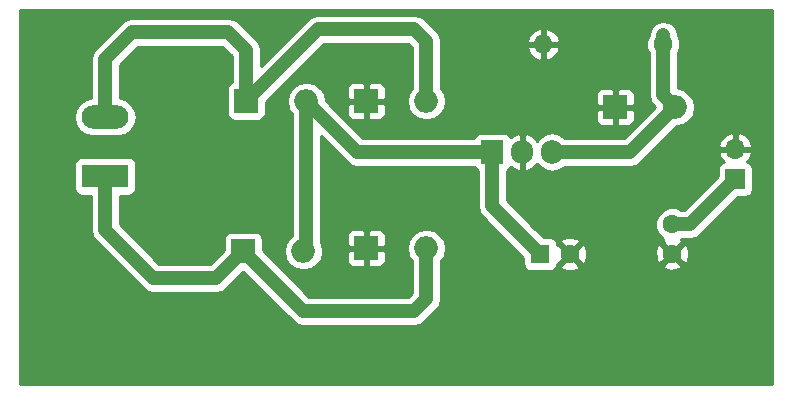
<source format=gbr>
G04 #@! TF.FileFunction,Copper,L2,Bot,Signal*
%FSLAX46Y46*%
G04 Gerber Fmt 4.6, Leading zero omitted, Abs format (unit mm)*
G04 Created by KiCad (PCBNEW 4.0.7) date 04/27/20 15:33:09*
%MOMM*%
%LPD*%
G01*
G04 APERTURE LIST*
%ADD10C,0.100000*%
%ADD11R,1.600000X1.600000*%
%ADD12C,1.600000*%
%ADD13R,2.000000X2.000000*%
%ADD14O,2.000000X2.000000*%
%ADD15R,3.960000X1.980000*%
%ADD16O,3.960000X1.980000*%
%ADD17R,1.700000X1.700000*%
%ADD18O,1.700000X1.700000*%
%ADD19O,1.600000X1.600000*%
%ADD20R,1.905000X2.000000*%
%ADD21O,1.905000X2.000000*%
%ADD22C,1.200000*%
%ADD23C,0.254000*%
G04 APERTURE END LIST*
D10*
D11*
X147066000Y-102870000D03*
D12*
X149566000Y-102870000D03*
X158242000Y-100330000D03*
X158242000Y-102830000D03*
D13*
X122174000Y-89916000D03*
D14*
X127254000Y-89916000D03*
D13*
X132334000Y-89916000D03*
D14*
X137414000Y-89916000D03*
D13*
X121920000Y-102616000D03*
D14*
X127000000Y-102616000D03*
D13*
X132334000Y-102362000D03*
D14*
X137414000Y-102362000D03*
D13*
X153416000Y-90424000D03*
D14*
X158496000Y-90424000D03*
D15*
X110236000Y-96266000D03*
D16*
X110236000Y-91266000D03*
D17*
X163576000Y-96520000D03*
D18*
X163576000Y-93980000D03*
D12*
X157480000Y-85090000D03*
D19*
X147320000Y-85090000D03*
D20*
X143002000Y-94234000D03*
D21*
X145542000Y-94234000D03*
X148082000Y-94234000D03*
D22*
X143002000Y-94234000D02*
X131572000Y-94234000D01*
X131572000Y-94234000D02*
X127254000Y-89916000D01*
X127254000Y-89916000D02*
X127254000Y-102362000D01*
X127254000Y-102362000D02*
X127000000Y-102616000D01*
X143002000Y-94234000D02*
X143002000Y-98806000D01*
X143002000Y-98806000D02*
X147066000Y-102870000D01*
X148082000Y-94234000D02*
X154686000Y-94234000D01*
X154686000Y-94234000D02*
X158496000Y-90424000D01*
X157480000Y-84328000D02*
X157480000Y-89408000D01*
X157480000Y-89408000D02*
X158496000Y-90424000D01*
X158242000Y-100330000D02*
X159766000Y-100330000D01*
X159766000Y-100330000D02*
X163576000Y-96520000D01*
X137414000Y-89916000D02*
X137414000Y-84836000D01*
X128270000Y-83820000D02*
X122174000Y-89916000D01*
X136398000Y-83820000D02*
X128270000Y-83820000D01*
X137414000Y-84836000D02*
X136398000Y-83820000D01*
X110236000Y-91266000D02*
X110236000Y-86360000D01*
X122174000Y-85598000D02*
X122174000Y-89916000D01*
X120650000Y-84074000D02*
X122174000Y-85598000D01*
X112522000Y-84074000D02*
X120650000Y-84074000D01*
X110236000Y-86360000D02*
X112522000Y-84074000D01*
X137414000Y-102362000D02*
X137414000Y-106680000D01*
X127000000Y-107696000D02*
X121920000Y-102616000D01*
X136398000Y-107696000D02*
X127000000Y-107696000D01*
X137414000Y-106680000D02*
X136398000Y-107696000D01*
X110236000Y-96266000D02*
X110236000Y-100584000D01*
X119634000Y-104902000D02*
X121920000Y-102616000D01*
X114300000Y-104902000D02*
X119634000Y-104902000D01*
X110236000Y-100838000D02*
X114300000Y-104902000D01*
X110236000Y-100584000D02*
X110236000Y-100838000D01*
D23*
G36*
X166701000Y-113869000D02*
X103047000Y-113869000D01*
X103047000Y-95276000D01*
X107608560Y-95276000D01*
X107608560Y-97256000D01*
X107652838Y-97491317D01*
X107791910Y-97707441D01*
X108004110Y-97852431D01*
X108256000Y-97903440D01*
X109001000Y-97903440D01*
X109001000Y-100838000D01*
X109095009Y-101310614D01*
X109362723Y-101711277D01*
X113426723Y-105775277D01*
X113827386Y-106042991D01*
X114300000Y-106137000D01*
X119634000Y-106137000D01*
X120106614Y-106042991D01*
X120507277Y-105775277D01*
X121920000Y-104362554D01*
X126126723Y-108569277D01*
X126527386Y-108836991D01*
X127000000Y-108931000D01*
X136398000Y-108931000D01*
X136870614Y-108836991D01*
X137271277Y-108569277D01*
X138287277Y-107553277D01*
X138554991Y-107152614D01*
X138649000Y-106680000D01*
X138649000Y-103448007D01*
X138956575Y-102987687D01*
X139081032Y-102362000D01*
X138956575Y-101736313D01*
X138602152Y-101205880D01*
X138071719Y-100851457D01*
X137446032Y-100727000D01*
X137381968Y-100727000D01*
X136756281Y-100851457D01*
X136225848Y-101205880D01*
X135871425Y-101736313D01*
X135746968Y-102362000D01*
X135871425Y-102987687D01*
X136179000Y-103448007D01*
X136179000Y-106168446D01*
X135886446Y-106461000D01*
X127511554Y-106461000D01*
X123666554Y-102616000D01*
X125332968Y-102616000D01*
X125457425Y-103241687D01*
X125811848Y-103772120D01*
X126342281Y-104126543D01*
X126967968Y-104251000D01*
X127032032Y-104251000D01*
X127657719Y-104126543D01*
X128188152Y-103772120D01*
X128542575Y-103241687D01*
X128660716Y-102647750D01*
X130699000Y-102647750D01*
X130699000Y-103488310D01*
X130795673Y-103721699D01*
X130974302Y-103900327D01*
X131207691Y-103997000D01*
X132048250Y-103997000D01*
X132207000Y-103838250D01*
X132207000Y-102489000D01*
X132461000Y-102489000D01*
X132461000Y-103838250D01*
X132619750Y-103997000D01*
X133460309Y-103997000D01*
X133693698Y-103900327D01*
X133872327Y-103721699D01*
X133969000Y-103488310D01*
X133969000Y-102647750D01*
X133810250Y-102489000D01*
X132461000Y-102489000D01*
X132207000Y-102489000D01*
X130857750Y-102489000D01*
X130699000Y-102647750D01*
X128660716Y-102647750D01*
X128667032Y-102616000D01*
X128542575Y-101990313D01*
X128489000Y-101910132D01*
X128489000Y-101235690D01*
X130699000Y-101235690D01*
X130699000Y-102076250D01*
X130857750Y-102235000D01*
X132207000Y-102235000D01*
X132207000Y-100885750D01*
X132461000Y-100885750D01*
X132461000Y-102235000D01*
X133810250Y-102235000D01*
X133969000Y-102076250D01*
X133969000Y-101235690D01*
X133872327Y-101002301D01*
X133693698Y-100823673D01*
X133460309Y-100727000D01*
X132619750Y-100727000D01*
X132461000Y-100885750D01*
X132207000Y-100885750D01*
X132048250Y-100727000D01*
X131207691Y-100727000D01*
X130974302Y-100823673D01*
X130795673Y-101002301D01*
X130699000Y-101235690D01*
X128489000Y-101235690D01*
X128489000Y-92897554D01*
X130698723Y-95107277D01*
X131099386Y-95374991D01*
X131572000Y-95469000D01*
X141446278Y-95469000D01*
X141446338Y-95469317D01*
X141585410Y-95685441D01*
X141767000Y-95809516D01*
X141767000Y-98806000D01*
X141861009Y-99278614D01*
X142128723Y-99679277D01*
X145618560Y-103169114D01*
X145618560Y-103670000D01*
X145662838Y-103905317D01*
X145801910Y-104121441D01*
X146014110Y-104266431D01*
X146266000Y-104317440D01*
X147866000Y-104317440D01*
X148101317Y-104273162D01*
X148317441Y-104134090D01*
X148462431Y-103921890D01*
X148471370Y-103877745D01*
X148737861Y-103877745D01*
X148811995Y-104123864D01*
X149349223Y-104316965D01*
X149919454Y-104289778D01*
X150320005Y-104123864D01*
X150394139Y-103877745D01*
X150354140Y-103837745D01*
X157413861Y-103837745D01*
X157487995Y-104083864D01*
X158025223Y-104276965D01*
X158595454Y-104249778D01*
X158996005Y-104083864D01*
X159070139Y-103837745D01*
X158242000Y-103009605D01*
X157413861Y-103837745D01*
X150354140Y-103837745D01*
X149566000Y-103049605D01*
X148737861Y-103877745D01*
X148471370Y-103877745D01*
X148510646Y-103683799D01*
X148558255Y-103698139D01*
X149386395Y-102870000D01*
X149745605Y-102870000D01*
X150573745Y-103698139D01*
X150819864Y-103624005D01*
X151012965Y-103086777D01*
X150990388Y-102613223D01*
X156795035Y-102613223D01*
X156822222Y-103183454D01*
X156988136Y-103584005D01*
X157234255Y-103658139D01*
X158062395Y-102830000D01*
X158421605Y-102830000D01*
X159249745Y-103658139D01*
X159495864Y-103584005D01*
X159688965Y-103046777D01*
X159661778Y-102476546D01*
X159495864Y-102075995D01*
X159249745Y-102001861D01*
X158421605Y-102830000D01*
X158062395Y-102830000D01*
X157234255Y-102001861D01*
X156988136Y-102075995D01*
X156795035Y-102613223D01*
X150990388Y-102613223D01*
X150985778Y-102516546D01*
X150819864Y-102115995D01*
X150573745Y-102041861D01*
X149745605Y-102870000D01*
X149386395Y-102870000D01*
X148558255Y-102041861D01*
X148510833Y-102056145D01*
X148474351Y-101862255D01*
X148737861Y-101862255D01*
X149566000Y-102690395D01*
X150394139Y-101862255D01*
X150320005Y-101616136D01*
X149782777Y-101423035D01*
X149212546Y-101450222D01*
X148811995Y-101616136D01*
X148737861Y-101862255D01*
X148474351Y-101862255D01*
X148469162Y-101834683D01*
X148330090Y-101618559D01*
X148117890Y-101473569D01*
X147866000Y-101422560D01*
X147365114Y-101422560D01*
X146556741Y-100614187D01*
X156806752Y-100614187D01*
X157024757Y-101141800D01*
X157428077Y-101545824D01*
X157494544Y-101573423D01*
X157487995Y-101576136D01*
X157413861Y-101822255D01*
X158242000Y-102650395D01*
X159070139Y-101822255D01*
X158996005Y-101576136D01*
X158989517Y-101573804D01*
X159010825Y-101565000D01*
X159766000Y-101565000D01*
X160238614Y-101470991D01*
X160639277Y-101203277D01*
X163825114Y-98017440D01*
X164426000Y-98017440D01*
X164661317Y-97973162D01*
X164877441Y-97834090D01*
X165022431Y-97621890D01*
X165073440Y-97370000D01*
X165073440Y-95670000D01*
X165029162Y-95434683D01*
X164890090Y-95218559D01*
X164677890Y-95073569D01*
X164569893Y-95051699D01*
X164847645Y-94746924D01*
X165017476Y-94336890D01*
X164896155Y-94107000D01*
X163703000Y-94107000D01*
X163703000Y-94127000D01*
X163449000Y-94127000D01*
X163449000Y-94107000D01*
X162255845Y-94107000D01*
X162134524Y-94336890D01*
X162304355Y-94746924D01*
X162580501Y-95049937D01*
X162490683Y-95066838D01*
X162274559Y-95205910D01*
X162129569Y-95418110D01*
X162078560Y-95670000D01*
X162078560Y-96270886D01*
X159254446Y-99095000D01*
X159009742Y-99095000D01*
X158528691Y-98895250D01*
X157957813Y-98894752D01*
X157430200Y-99112757D01*
X157026176Y-99516077D01*
X156807250Y-100043309D01*
X156806752Y-100614187D01*
X146556741Y-100614187D01*
X144237000Y-98294446D01*
X144237000Y-95806801D01*
X144405941Y-95698090D01*
X144549863Y-95487453D01*
X144675076Y-95609973D01*
X145169020Y-95824563D01*
X145415000Y-95704594D01*
X145415000Y-94361000D01*
X145395000Y-94361000D01*
X145395000Y-94107000D01*
X145415000Y-94107000D01*
X145415000Y-92763406D01*
X145669000Y-92763406D01*
X145669000Y-94107000D01*
X145689000Y-94107000D01*
X145689000Y-94361000D01*
X145669000Y-94361000D01*
X145669000Y-95704594D01*
X145914980Y-95824563D01*
X146408924Y-95609973D01*
X146812081Y-95215484D01*
X146959468Y-95436064D01*
X147474490Y-95780191D01*
X148082000Y-95901032D01*
X148689510Y-95780191D01*
X149155240Y-95469000D01*
X154686000Y-95469000D01*
X155158614Y-95374991D01*
X155559277Y-95107277D01*
X157043444Y-93623110D01*
X162134524Y-93623110D01*
X162255845Y-93853000D01*
X163449000Y-93853000D01*
X163449000Y-92659181D01*
X163703000Y-92659181D01*
X163703000Y-93853000D01*
X164896155Y-93853000D01*
X165017476Y-93623110D01*
X164847645Y-93213076D01*
X164457358Y-92784817D01*
X163932892Y-92538514D01*
X163703000Y-92659181D01*
X163449000Y-92659181D01*
X163219108Y-92538514D01*
X162694642Y-92784817D01*
X162304355Y-93213076D01*
X162134524Y-93623110D01*
X157043444Y-93623110D01*
X158627300Y-92039254D01*
X159153719Y-91934543D01*
X159684152Y-91580120D01*
X160038575Y-91049687D01*
X160163032Y-90424000D01*
X160038575Y-89798313D01*
X159684152Y-89267880D01*
X159153719Y-88913457D01*
X158715000Y-88826190D01*
X158715000Y-85857742D01*
X158914750Y-85376691D01*
X158915248Y-84805813D01*
X158712382Y-84314840D01*
X158620991Y-83855386D01*
X158353277Y-83454723D01*
X157952614Y-83187009D01*
X157480000Y-83093000D01*
X157007386Y-83187009D01*
X156606723Y-83454723D01*
X156339009Y-83855386D01*
X156247192Y-84316978D01*
X156045250Y-84803309D01*
X156044752Y-85374187D01*
X156245000Y-85858825D01*
X156245000Y-89408000D01*
X156339009Y-89880614D01*
X156606723Y-90281277D01*
X156749446Y-90424000D01*
X154174446Y-92999000D01*
X149155240Y-92999000D01*
X148689510Y-92687809D01*
X148082000Y-92566968D01*
X147474490Y-92687809D01*
X146959468Y-93031936D01*
X146812081Y-93252516D01*
X146408924Y-92858027D01*
X145914980Y-92643437D01*
X145669000Y-92763406D01*
X145415000Y-92763406D01*
X145169020Y-92643437D01*
X144675076Y-92858027D01*
X144547488Y-92982872D01*
X144418590Y-92782559D01*
X144206390Y-92637569D01*
X143954500Y-92586560D01*
X142049500Y-92586560D01*
X141814183Y-92630838D01*
X141598059Y-92769910D01*
X141453069Y-92982110D01*
X141449649Y-92999000D01*
X132083554Y-92999000D01*
X129286304Y-90201750D01*
X130699000Y-90201750D01*
X130699000Y-91042310D01*
X130795673Y-91275699D01*
X130974302Y-91454327D01*
X131207691Y-91551000D01*
X132048250Y-91551000D01*
X132207000Y-91392250D01*
X132207000Y-90043000D01*
X132461000Y-90043000D01*
X132461000Y-91392250D01*
X132619750Y-91551000D01*
X133460309Y-91551000D01*
X133693698Y-91454327D01*
X133872327Y-91275699D01*
X133969000Y-91042310D01*
X133969000Y-90201750D01*
X133810250Y-90043000D01*
X132461000Y-90043000D01*
X132207000Y-90043000D01*
X130857750Y-90043000D01*
X130699000Y-90201750D01*
X129286304Y-90201750D01*
X128901286Y-89816732D01*
X128796575Y-89290313D01*
X128462071Y-88789690D01*
X130699000Y-88789690D01*
X130699000Y-89630250D01*
X130857750Y-89789000D01*
X132207000Y-89789000D01*
X132207000Y-88439750D01*
X132461000Y-88439750D01*
X132461000Y-89789000D01*
X133810250Y-89789000D01*
X133969000Y-89630250D01*
X133969000Y-88789690D01*
X133872327Y-88556301D01*
X133693698Y-88377673D01*
X133460309Y-88281000D01*
X132619750Y-88281000D01*
X132461000Y-88439750D01*
X132207000Y-88439750D01*
X132048250Y-88281000D01*
X131207691Y-88281000D01*
X130974302Y-88377673D01*
X130795673Y-88556301D01*
X130699000Y-88789690D01*
X128462071Y-88789690D01*
X128442152Y-88759880D01*
X127911719Y-88405457D01*
X127286032Y-88281000D01*
X127221968Y-88281000D01*
X126596281Y-88405457D01*
X126065848Y-88759880D01*
X125711425Y-89290313D01*
X125586968Y-89916000D01*
X125711425Y-90541687D01*
X126019000Y-91002007D01*
X126019000Y-101321466D01*
X125811848Y-101459880D01*
X125457425Y-101990313D01*
X125332968Y-102616000D01*
X123666554Y-102616000D01*
X123567440Y-102516886D01*
X123567440Y-101616000D01*
X123523162Y-101380683D01*
X123384090Y-101164559D01*
X123171890Y-101019569D01*
X122920000Y-100968560D01*
X120920000Y-100968560D01*
X120684683Y-101012838D01*
X120468559Y-101151910D01*
X120323569Y-101364110D01*
X120272560Y-101616000D01*
X120272560Y-102516886D01*
X119122446Y-103667000D01*
X114811554Y-103667000D01*
X111471000Y-100326446D01*
X111471000Y-97903440D01*
X112216000Y-97903440D01*
X112451317Y-97859162D01*
X112667441Y-97720090D01*
X112812431Y-97507890D01*
X112863440Y-97256000D01*
X112863440Y-95276000D01*
X112819162Y-95040683D01*
X112680090Y-94824559D01*
X112467890Y-94679569D01*
X112216000Y-94628560D01*
X108256000Y-94628560D01*
X108020683Y-94672838D01*
X107804559Y-94811910D01*
X107659569Y-95024110D01*
X107608560Y-95276000D01*
X103047000Y-95276000D01*
X103047000Y-91266000D01*
X107569769Y-91266000D01*
X107693465Y-91887861D01*
X108045720Y-92415049D01*
X108572908Y-92767304D01*
X109194769Y-92891000D01*
X111277231Y-92891000D01*
X111899092Y-92767304D01*
X112426280Y-92415049D01*
X112778535Y-91887861D01*
X112902231Y-91266000D01*
X112778535Y-90644139D01*
X112426280Y-90116951D01*
X111899092Y-89764696D01*
X111471000Y-89679543D01*
X111471000Y-86871554D01*
X113033554Y-85309000D01*
X120138446Y-85309000D01*
X120939000Y-86109554D01*
X120939000Y-88312778D01*
X120938683Y-88312838D01*
X120722559Y-88451910D01*
X120577569Y-88664110D01*
X120526560Y-88916000D01*
X120526560Y-90916000D01*
X120570838Y-91151317D01*
X120709910Y-91367441D01*
X120922110Y-91512431D01*
X121174000Y-91563440D01*
X123174000Y-91563440D01*
X123409317Y-91519162D01*
X123625441Y-91380090D01*
X123770431Y-91167890D01*
X123821440Y-90916000D01*
X123821440Y-90015114D01*
X128781554Y-85055000D01*
X135886446Y-85055000D01*
X136179000Y-85347554D01*
X136179000Y-88829993D01*
X135871425Y-89290313D01*
X135746968Y-89916000D01*
X135871425Y-90541687D01*
X136225848Y-91072120D01*
X136756281Y-91426543D01*
X137381968Y-91551000D01*
X137446032Y-91551000D01*
X138071719Y-91426543D01*
X138602152Y-91072120D01*
X138844279Y-90709750D01*
X151781000Y-90709750D01*
X151781000Y-91550310D01*
X151877673Y-91783699D01*
X152056302Y-91962327D01*
X152289691Y-92059000D01*
X153130250Y-92059000D01*
X153289000Y-91900250D01*
X153289000Y-90551000D01*
X153543000Y-90551000D01*
X153543000Y-91900250D01*
X153701750Y-92059000D01*
X154542309Y-92059000D01*
X154775698Y-91962327D01*
X154954327Y-91783699D01*
X155051000Y-91550310D01*
X155051000Y-90709750D01*
X154892250Y-90551000D01*
X153543000Y-90551000D01*
X153289000Y-90551000D01*
X151939750Y-90551000D01*
X151781000Y-90709750D01*
X138844279Y-90709750D01*
X138956575Y-90541687D01*
X139081032Y-89916000D01*
X138958043Y-89297690D01*
X151781000Y-89297690D01*
X151781000Y-90138250D01*
X151939750Y-90297000D01*
X153289000Y-90297000D01*
X153289000Y-88947750D01*
X153543000Y-88947750D01*
X153543000Y-90297000D01*
X154892250Y-90297000D01*
X155051000Y-90138250D01*
X155051000Y-89297690D01*
X154954327Y-89064301D01*
X154775698Y-88885673D01*
X154542309Y-88789000D01*
X153701750Y-88789000D01*
X153543000Y-88947750D01*
X153289000Y-88947750D01*
X153130250Y-88789000D01*
X152289691Y-88789000D01*
X152056302Y-88885673D01*
X151877673Y-89064301D01*
X151781000Y-89297690D01*
X138958043Y-89297690D01*
X138956575Y-89290313D01*
X138649000Y-88829993D01*
X138649000Y-85439039D01*
X145928096Y-85439039D01*
X146088959Y-85827423D01*
X146464866Y-86242389D01*
X146970959Y-86481914D01*
X147193000Y-86360629D01*
X147193000Y-85217000D01*
X147447000Y-85217000D01*
X147447000Y-86360629D01*
X147669041Y-86481914D01*
X148175134Y-86242389D01*
X148551041Y-85827423D01*
X148711904Y-85439039D01*
X148589915Y-85217000D01*
X147447000Y-85217000D01*
X147193000Y-85217000D01*
X146050085Y-85217000D01*
X145928096Y-85439039D01*
X138649000Y-85439039D01*
X138649000Y-84836000D01*
X138630096Y-84740961D01*
X145928096Y-84740961D01*
X146050085Y-84963000D01*
X147193000Y-84963000D01*
X147193000Y-83819371D01*
X147447000Y-83819371D01*
X147447000Y-84963000D01*
X148589915Y-84963000D01*
X148711904Y-84740961D01*
X148551041Y-84352577D01*
X148175134Y-83937611D01*
X147669041Y-83698086D01*
X147447000Y-83819371D01*
X147193000Y-83819371D01*
X146970959Y-83698086D01*
X146464866Y-83937611D01*
X146088959Y-84352577D01*
X145928096Y-84740961D01*
X138630096Y-84740961D01*
X138554991Y-84363386D01*
X138287277Y-83962723D01*
X137271277Y-82946723D01*
X136870614Y-82679009D01*
X136398000Y-82585000D01*
X128270000Y-82585000D01*
X127797386Y-82679009D01*
X127396723Y-82946723D01*
X123409000Y-86934446D01*
X123409000Y-85598000D01*
X123314991Y-85125386D01*
X123047277Y-84724723D01*
X121523277Y-83200723D01*
X121122614Y-82933009D01*
X120650000Y-82839000D01*
X112522000Y-82839000D01*
X112049386Y-82933009D01*
X111648723Y-83200723D01*
X109362723Y-85486723D01*
X109095009Y-85887386D01*
X109001000Y-86360000D01*
X109001000Y-89679543D01*
X108572908Y-89764696D01*
X108045720Y-90116951D01*
X107693465Y-90644139D01*
X107569769Y-91266000D01*
X103047000Y-91266000D01*
X103047000Y-82219000D01*
X166701000Y-82219000D01*
X166701000Y-113869000D01*
X166701000Y-113869000D01*
G37*
X166701000Y-113869000D02*
X103047000Y-113869000D01*
X103047000Y-95276000D01*
X107608560Y-95276000D01*
X107608560Y-97256000D01*
X107652838Y-97491317D01*
X107791910Y-97707441D01*
X108004110Y-97852431D01*
X108256000Y-97903440D01*
X109001000Y-97903440D01*
X109001000Y-100838000D01*
X109095009Y-101310614D01*
X109362723Y-101711277D01*
X113426723Y-105775277D01*
X113827386Y-106042991D01*
X114300000Y-106137000D01*
X119634000Y-106137000D01*
X120106614Y-106042991D01*
X120507277Y-105775277D01*
X121920000Y-104362554D01*
X126126723Y-108569277D01*
X126527386Y-108836991D01*
X127000000Y-108931000D01*
X136398000Y-108931000D01*
X136870614Y-108836991D01*
X137271277Y-108569277D01*
X138287277Y-107553277D01*
X138554991Y-107152614D01*
X138649000Y-106680000D01*
X138649000Y-103448007D01*
X138956575Y-102987687D01*
X139081032Y-102362000D01*
X138956575Y-101736313D01*
X138602152Y-101205880D01*
X138071719Y-100851457D01*
X137446032Y-100727000D01*
X137381968Y-100727000D01*
X136756281Y-100851457D01*
X136225848Y-101205880D01*
X135871425Y-101736313D01*
X135746968Y-102362000D01*
X135871425Y-102987687D01*
X136179000Y-103448007D01*
X136179000Y-106168446D01*
X135886446Y-106461000D01*
X127511554Y-106461000D01*
X123666554Y-102616000D01*
X125332968Y-102616000D01*
X125457425Y-103241687D01*
X125811848Y-103772120D01*
X126342281Y-104126543D01*
X126967968Y-104251000D01*
X127032032Y-104251000D01*
X127657719Y-104126543D01*
X128188152Y-103772120D01*
X128542575Y-103241687D01*
X128660716Y-102647750D01*
X130699000Y-102647750D01*
X130699000Y-103488310D01*
X130795673Y-103721699D01*
X130974302Y-103900327D01*
X131207691Y-103997000D01*
X132048250Y-103997000D01*
X132207000Y-103838250D01*
X132207000Y-102489000D01*
X132461000Y-102489000D01*
X132461000Y-103838250D01*
X132619750Y-103997000D01*
X133460309Y-103997000D01*
X133693698Y-103900327D01*
X133872327Y-103721699D01*
X133969000Y-103488310D01*
X133969000Y-102647750D01*
X133810250Y-102489000D01*
X132461000Y-102489000D01*
X132207000Y-102489000D01*
X130857750Y-102489000D01*
X130699000Y-102647750D01*
X128660716Y-102647750D01*
X128667032Y-102616000D01*
X128542575Y-101990313D01*
X128489000Y-101910132D01*
X128489000Y-101235690D01*
X130699000Y-101235690D01*
X130699000Y-102076250D01*
X130857750Y-102235000D01*
X132207000Y-102235000D01*
X132207000Y-100885750D01*
X132461000Y-100885750D01*
X132461000Y-102235000D01*
X133810250Y-102235000D01*
X133969000Y-102076250D01*
X133969000Y-101235690D01*
X133872327Y-101002301D01*
X133693698Y-100823673D01*
X133460309Y-100727000D01*
X132619750Y-100727000D01*
X132461000Y-100885750D01*
X132207000Y-100885750D01*
X132048250Y-100727000D01*
X131207691Y-100727000D01*
X130974302Y-100823673D01*
X130795673Y-101002301D01*
X130699000Y-101235690D01*
X128489000Y-101235690D01*
X128489000Y-92897554D01*
X130698723Y-95107277D01*
X131099386Y-95374991D01*
X131572000Y-95469000D01*
X141446278Y-95469000D01*
X141446338Y-95469317D01*
X141585410Y-95685441D01*
X141767000Y-95809516D01*
X141767000Y-98806000D01*
X141861009Y-99278614D01*
X142128723Y-99679277D01*
X145618560Y-103169114D01*
X145618560Y-103670000D01*
X145662838Y-103905317D01*
X145801910Y-104121441D01*
X146014110Y-104266431D01*
X146266000Y-104317440D01*
X147866000Y-104317440D01*
X148101317Y-104273162D01*
X148317441Y-104134090D01*
X148462431Y-103921890D01*
X148471370Y-103877745D01*
X148737861Y-103877745D01*
X148811995Y-104123864D01*
X149349223Y-104316965D01*
X149919454Y-104289778D01*
X150320005Y-104123864D01*
X150394139Y-103877745D01*
X150354140Y-103837745D01*
X157413861Y-103837745D01*
X157487995Y-104083864D01*
X158025223Y-104276965D01*
X158595454Y-104249778D01*
X158996005Y-104083864D01*
X159070139Y-103837745D01*
X158242000Y-103009605D01*
X157413861Y-103837745D01*
X150354140Y-103837745D01*
X149566000Y-103049605D01*
X148737861Y-103877745D01*
X148471370Y-103877745D01*
X148510646Y-103683799D01*
X148558255Y-103698139D01*
X149386395Y-102870000D01*
X149745605Y-102870000D01*
X150573745Y-103698139D01*
X150819864Y-103624005D01*
X151012965Y-103086777D01*
X150990388Y-102613223D01*
X156795035Y-102613223D01*
X156822222Y-103183454D01*
X156988136Y-103584005D01*
X157234255Y-103658139D01*
X158062395Y-102830000D01*
X158421605Y-102830000D01*
X159249745Y-103658139D01*
X159495864Y-103584005D01*
X159688965Y-103046777D01*
X159661778Y-102476546D01*
X159495864Y-102075995D01*
X159249745Y-102001861D01*
X158421605Y-102830000D01*
X158062395Y-102830000D01*
X157234255Y-102001861D01*
X156988136Y-102075995D01*
X156795035Y-102613223D01*
X150990388Y-102613223D01*
X150985778Y-102516546D01*
X150819864Y-102115995D01*
X150573745Y-102041861D01*
X149745605Y-102870000D01*
X149386395Y-102870000D01*
X148558255Y-102041861D01*
X148510833Y-102056145D01*
X148474351Y-101862255D01*
X148737861Y-101862255D01*
X149566000Y-102690395D01*
X150394139Y-101862255D01*
X150320005Y-101616136D01*
X149782777Y-101423035D01*
X149212546Y-101450222D01*
X148811995Y-101616136D01*
X148737861Y-101862255D01*
X148474351Y-101862255D01*
X148469162Y-101834683D01*
X148330090Y-101618559D01*
X148117890Y-101473569D01*
X147866000Y-101422560D01*
X147365114Y-101422560D01*
X146556741Y-100614187D01*
X156806752Y-100614187D01*
X157024757Y-101141800D01*
X157428077Y-101545824D01*
X157494544Y-101573423D01*
X157487995Y-101576136D01*
X157413861Y-101822255D01*
X158242000Y-102650395D01*
X159070139Y-101822255D01*
X158996005Y-101576136D01*
X158989517Y-101573804D01*
X159010825Y-101565000D01*
X159766000Y-101565000D01*
X160238614Y-101470991D01*
X160639277Y-101203277D01*
X163825114Y-98017440D01*
X164426000Y-98017440D01*
X164661317Y-97973162D01*
X164877441Y-97834090D01*
X165022431Y-97621890D01*
X165073440Y-97370000D01*
X165073440Y-95670000D01*
X165029162Y-95434683D01*
X164890090Y-95218559D01*
X164677890Y-95073569D01*
X164569893Y-95051699D01*
X164847645Y-94746924D01*
X165017476Y-94336890D01*
X164896155Y-94107000D01*
X163703000Y-94107000D01*
X163703000Y-94127000D01*
X163449000Y-94127000D01*
X163449000Y-94107000D01*
X162255845Y-94107000D01*
X162134524Y-94336890D01*
X162304355Y-94746924D01*
X162580501Y-95049937D01*
X162490683Y-95066838D01*
X162274559Y-95205910D01*
X162129569Y-95418110D01*
X162078560Y-95670000D01*
X162078560Y-96270886D01*
X159254446Y-99095000D01*
X159009742Y-99095000D01*
X158528691Y-98895250D01*
X157957813Y-98894752D01*
X157430200Y-99112757D01*
X157026176Y-99516077D01*
X156807250Y-100043309D01*
X156806752Y-100614187D01*
X146556741Y-100614187D01*
X144237000Y-98294446D01*
X144237000Y-95806801D01*
X144405941Y-95698090D01*
X144549863Y-95487453D01*
X144675076Y-95609973D01*
X145169020Y-95824563D01*
X145415000Y-95704594D01*
X145415000Y-94361000D01*
X145395000Y-94361000D01*
X145395000Y-94107000D01*
X145415000Y-94107000D01*
X145415000Y-92763406D01*
X145669000Y-92763406D01*
X145669000Y-94107000D01*
X145689000Y-94107000D01*
X145689000Y-94361000D01*
X145669000Y-94361000D01*
X145669000Y-95704594D01*
X145914980Y-95824563D01*
X146408924Y-95609973D01*
X146812081Y-95215484D01*
X146959468Y-95436064D01*
X147474490Y-95780191D01*
X148082000Y-95901032D01*
X148689510Y-95780191D01*
X149155240Y-95469000D01*
X154686000Y-95469000D01*
X155158614Y-95374991D01*
X155559277Y-95107277D01*
X157043444Y-93623110D01*
X162134524Y-93623110D01*
X162255845Y-93853000D01*
X163449000Y-93853000D01*
X163449000Y-92659181D01*
X163703000Y-92659181D01*
X163703000Y-93853000D01*
X164896155Y-93853000D01*
X165017476Y-93623110D01*
X164847645Y-93213076D01*
X164457358Y-92784817D01*
X163932892Y-92538514D01*
X163703000Y-92659181D01*
X163449000Y-92659181D01*
X163219108Y-92538514D01*
X162694642Y-92784817D01*
X162304355Y-93213076D01*
X162134524Y-93623110D01*
X157043444Y-93623110D01*
X158627300Y-92039254D01*
X159153719Y-91934543D01*
X159684152Y-91580120D01*
X160038575Y-91049687D01*
X160163032Y-90424000D01*
X160038575Y-89798313D01*
X159684152Y-89267880D01*
X159153719Y-88913457D01*
X158715000Y-88826190D01*
X158715000Y-85857742D01*
X158914750Y-85376691D01*
X158915248Y-84805813D01*
X158712382Y-84314840D01*
X158620991Y-83855386D01*
X158353277Y-83454723D01*
X157952614Y-83187009D01*
X157480000Y-83093000D01*
X157007386Y-83187009D01*
X156606723Y-83454723D01*
X156339009Y-83855386D01*
X156247192Y-84316978D01*
X156045250Y-84803309D01*
X156044752Y-85374187D01*
X156245000Y-85858825D01*
X156245000Y-89408000D01*
X156339009Y-89880614D01*
X156606723Y-90281277D01*
X156749446Y-90424000D01*
X154174446Y-92999000D01*
X149155240Y-92999000D01*
X148689510Y-92687809D01*
X148082000Y-92566968D01*
X147474490Y-92687809D01*
X146959468Y-93031936D01*
X146812081Y-93252516D01*
X146408924Y-92858027D01*
X145914980Y-92643437D01*
X145669000Y-92763406D01*
X145415000Y-92763406D01*
X145169020Y-92643437D01*
X144675076Y-92858027D01*
X144547488Y-92982872D01*
X144418590Y-92782559D01*
X144206390Y-92637569D01*
X143954500Y-92586560D01*
X142049500Y-92586560D01*
X141814183Y-92630838D01*
X141598059Y-92769910D01*
X141453069Y-92982110D01*
X141449649Y-92999000D01*
X132083554Y-92999000D01*
X129286304Y-90201750D01*
X130699000Y-90201750D01*
X130699000Y-91042310D01*
X130795673Y-91275699D01*
X130974302Y-91454327D01*
X131207691Y-91551000D01*
X132048250Y-91551000D01*
X132207000Y-91392250D01*
X132207000Y-90043000D01*
X132461000Y-90043000D01*
X132461000Y-91392250D01*
X132619750Y-91551000D01*
X133460309Y-91551000D01*
X133693698Y-91454327D01*
X133872327Y-91275699D01*
X133969000Y-91042310D01*
X133969000Y-90201750D01*
X133810250Y-90043000D01*
X132461000Y-90043000D01*
X132207000Y-90043000D01*
X130857750Y-90043000D01*
X130699000Y-90201750D01*
X129286304Y-90201750D01*
X128901286Y-89816732D01*
X128796575Y-89290313D01*
X128462071Y-88789690D01*
X130699000Y-88789690D01*
X130699000Y-89630250D01*
X130857750Y-89789000D01*
X132207000Y-89789000D01*
X132207000Y-88439750D01*
X132461000Y-88439750D01*
X132461000Y-89789000D01*
X133810250Y-89789000D01*
X133969000Y-89630250D01*
X133969000Y-88789690D01*
X133872327Y-88556301D01*
X133693698Y-88377673D01*
X133460309Y-88281000D01*
X132619750Y-88281000D01*
X132461000Y-88439750D01*
X132207000Y-88439750D01*
X132048250Y-88281000D01*
X131207691Y-88281000D01*
X130974302Y-88377673D01*
X130795673Y-88556301D01*
X130699000Y-88789690D01*
X128462071Y-88789690D01*
X128442152Y-88759880D01*
X127911719Y-88405457D01*
X127286032Y-88281000D01*
X127221968Y-88281000D01*
X126596281Y-88405457D01*
X126065848Y-88759880D01*
X125711425Y-89290313D01*
X125586968Y-89916000D01*
X125711425Y-90541687D01*
X126019000Y-91002007D01*
X126019000Y-101321466D01*
X125811848Y-101459880D01*
X125457425Y-101990313D01*
X125332968Y-102616000D01*
X123666554Y-102616000D01*
X123567440Y-102516886D01*
X123567440Y-101616000D01*
X123523162Y-101380683D01*
X123384090Y-101164559D01*
X123171890Y-101019569D01*
X122920000Y-100968560D01*
X120920000Y-100968560D01*
X120684683Y-101012838D01*
X120468559Y-101151910D01*
X120323569Y-101364110D01*
X120272560Y-101616000D01*
X120272560Y-102516886D01*
X119122446Y-103667000D01*
X114811554Y-103667000D01*
X111471000Y-100326446D01*
X111471000Y-97903440D01*
X112216000Y-97903440D01*
X112451317Y-97859162D01*
X112667441Y-97720090D01*
X112812431Y-97507890D01*
X112863440Y-97256000D01*
X112863440Y-95276000D01*
X112819162Y-95040683D01*
X112680090Y-94824559D01*
X112467890Y-94679569D01*
X112216000Y-94628560D01*
X108256000Y-94628560D01*
X108020683Y-94672838D01*
X107804559Y-94811910D01*
X107659569Y-95024110D01*
X107608560Y-95276000D01*
X103047000Y-95276000D01*
X103047000Y-91266000D01*
X107569769Y-91266000D01*
X107693465Y-91887861D01*
X108045720Y-92415049D01*
X108572908Y-92767304D01*
X109194769Y-92891000D01*
X111277231Y-92891000D01*
X111899092Y-92767304D01*
X112426280Y-92415049D01*
X112778535Y-91887861D01*
X112902231Y-91266000D01*
X112778535Y-90644139D01*
X112426280Y-90116951D01*
X111899092Y-89764696D01*
X111471000Y-89679543D01*
X111471000Y-86871554D01*
X113033554Y-85309000D01*
X120138446Y-85309000D01*
X120939000Y-86109554D01*
X120939000Y-88312778D01*
X120938683Y-88312838D01*
X120722559Y-88451910D01*
X120577569Y-88664110D01*
X120526560Y-88916000D01*
X120526560Y-90916000D01*
X120570838Y-91151317D01*
X120709910Y-91367441D01*
X120922110Y-91512431D01*
X121174000Y-91563440D01*
X123174000Y-91563440D01*
X123409317Y-91519162D01*
X123625441Y-91380090D01*
X123770431Y-91167890D01*
X123821440Y-90916000D01*
X123821440Y-90015114D01*
X128781554Y-85055000D01*
X135886446Y-85055000D01*
X136179000Y-85347554D01*
X136179000Y-88829993D01*
X135871425Y-89290313D01*
X135746968Y-89916000D01*
X135871425Y-90541687D01*
X136225848Y-91072120D01*
X136756281Y-91426543D01*
X137381968Y-91551000D01*
X137446032Y-91551000D01*
X138071719Y-91426543D01*
X138602152Y-91072120D01*
X138844279Y-90709750D01*
X151781000Y-90709750D01*
X151781000Y-91550310D01*
X151877673Y-91783699D01*
X152056302Y-91962327D01*
X152289691Y-92059000D01*
X153130250Y-92059000D01*
X153289000Y-91900250D01*
X153289000Y-90551000D01*
X153543000Y-90551000D01*
X153543000Y-91900250D01*
X153701750Y-92059000D01*
X154542309Y-92059000D01*
X154775698Y-91962327D01*
X154954327Y-91783699D01*
X155051000Y-91550310D01*
X155051000Y-90709750D01*
X154892250Y-90551000D01*
X153543000Y-90551000D01*
X153289000Y-90551000D01*
X151939750Y-90551000D01*
X151781000Y-90709750D01*
X138844279Y-90709750D01*
X138956575Y-90541687D01*
X139081032Y-89916000D01*
X138958043Y-89297690D01*
X151781000Y-89297690D01*
X151781000Y-90138250D01*
X151939750Y-90297000D01*
X153289000Y-90297000D01*
X153289000Y-88947750D01*
X153543000Y-88947750D01*
X153543000Y-90297000D01*
X154892250Y-90297000D01*
X155051000Y-90138250D01*
X155051000Y-89297690D01*
X154954327Y-89064301D01*
X154775698Y-88885673D01*
X154542309Y-88789000D01*
X153701750Y-88789000D01*
X153543000Y-88947750D01*
X153289000Y-88947750D01*
X153130250Y-88789000D01*
X152289691Y-88789000D01*
X152056302Y-88885673D01*
X151877673Y-89064301D01*
X151781000Y-89297690D01*
X138958043Y-89297690D01*
X138956575Y-89290313D01*
X138649000Y-88829993D01*
X138649000Y-85439039D01*
X145928096Y-85439039D01*
X146088959Y-85827423D01*
X146464866Y-86242389D01*
X146970959Y-86481914D01*
X147193000Y-86360629D01*
X147193000Y-85217000D01*
X147447000Y-85217000D01*
X147447000Y-86360629D01*
X147669041Y-86481914D01*
X148175134Y-86242389D01*
X148551041Y-85827423D01*
X148711904Y-85439039D01*
X148589915Y-85217000D01*
X147447000Y-85217000D01*
X147193000Y-85217000D01*
X146050085Y-85217000D01*
X145928096Y-85439039D01*
X138649000Y-85439039D01*
X138649000Y-84836000D01*
X138630096Y-84740961D01*
X145928096Y-84740961D01*
X146050085Y-84963000D01*
X147193000Y-84963000D01*
X147193000Y-83819371D01*
X147447000Y-83819371D01*
X147447000Y-84963000D01*
X148589915Y-84963000D01*
X148711904Y-84740961D01*
X148551041Y-84352577D01*
X148175134Y-83937611D01*
X147669041Y-83698086D01*
X147447000Y-83819371D01*
X147193000Y-83819371D01*
X146970959Y-83698086D01*
X146464866Y-83937611D01*
X146088959Y-84352577D01*
X145928096Y-84740961D01*
X138630096Y-84740961D01*
X138554991Y-84363386D01*
X138287277Y-83962723D01*
X137271277Y-82946723D01*
X136870614Y-82679009D01*
X136398000Y-82585000D01*
X128270000Y-82585000D01*
X127797386Y-82679009D01*
X127396723Y-82946723D01*
X123409000Y-86934446D01*
X123409000Y-85598000D01*
X123314991Y-85125386D01*
X123047277Y-84724723D01*
X121523277Y-83200723D01*
X121122614Y-82933009D01*
X120650000Y-82839000D01*
X112522000Y-82839000D01*
X112049386Y-82933009D01*
X111648723Y-83200723D01*
X109362723Y-85486723D01*
X109095009Y-85887386D01*
X109001000Y-86360000D01*
X109001000Y-89679543D01*
X108572908Y-89764696D01*
X108045720Y-90116951D01*
X107693465Y-90644139D01*
X107569769Y-91266000D01*
X103047000Y-91266000D01*
X103047000Y-82219000D01*
X166701000Y-82219000D01*
X166701000Y-113869000D01*
M02*

</source>
